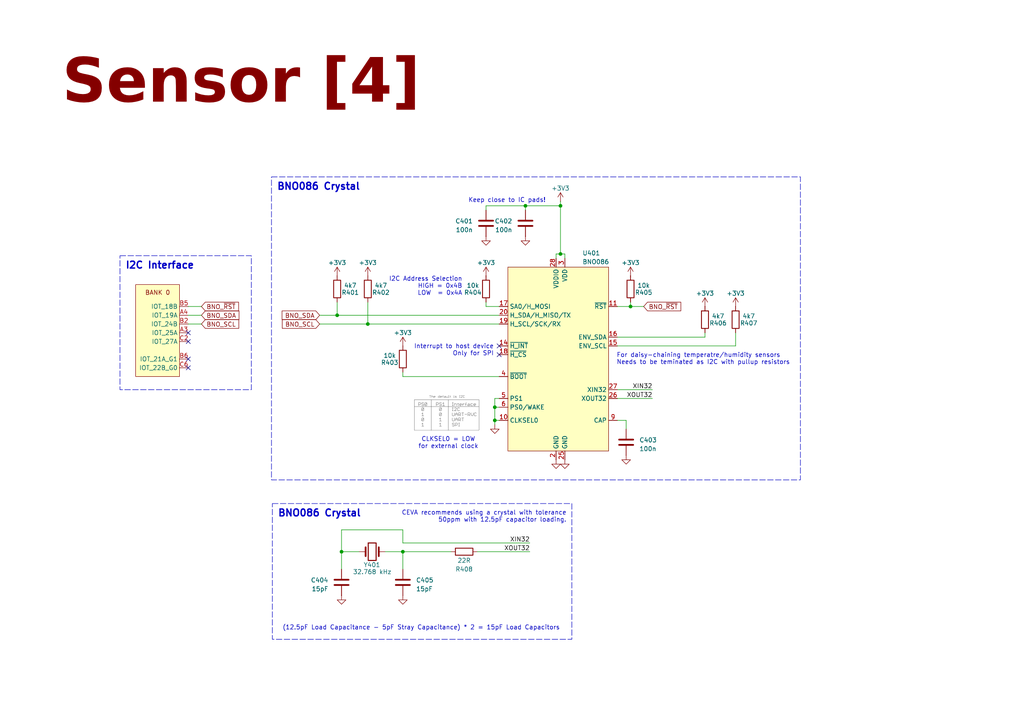
<source format=kicad_sch>
(kicad_sch (version 20250114) (generator "eeschema") (generator_version "9.0")
  (paper "A4")
  (title_block (title "Sensor") (date "2025-11-18") (rev "1.0") (company "Czech Technical University in Prague"))
  (lib_symbols
    (symbol "Custom_VoxLink_Symbols:BNO086"
      (property "Reference" "U" (at 28.702 17.526 0))
      (property "Value" "BNO086" (at 25.654 15.24 0))
      (symbol "BNO086_1_1"
        (rectangle (start 0 13.97) (end 29.21 -39.37) (fill (type background)))
        (pin input line (at -2.54 2.54 0) (length 2.54) (name "SA0/H_MOSI") (number "17"))
        (pin bidirectional line (at -2.54 0 0) (length 2.54) (name "H_SDA/H_MISO/TX") (number "20"))
        (pin bidirectional line (at -2.54 -2.54 0) (length 2.54) (name "H_SCL/SCK/RX") (number "19"))
        (pin output line (at -2.54 -8.89 0) (length 2.54) (name "~{H_INT}") (number "14"))
        (pin input line (at -2.54 -11.43 0) (length 2.54) (name "~{H_CS}") (number "18"))
        (pin input line (at -2.54 -17.78 0) (length 2.54) (name "~{BOOT}") (number "4"))
        (pin input line (at -2.54 -24.13 0) (length 2.54) (name "PS1") (number "5"))
        (pin input line (at -2.54 -26.67 0) (length 2.54) (name "PS0/WAKE") (number "6"))
        (pin input line (at -2.54 -30.48 0) (length 2.54) (name "CLKSEL0") (number "10"))
        (pin power_in line (at 13.97 16.51 270) (length 2.54) (name "VDDIO") (number "28"))
        (pin power_in line (at 13.97 -41.91 90) (length 2.54) (name "GND") (number "2"))
        (pin power_in line (at 16.51 16.51 270) (length 2.54) (name "VDD") (number "3"))
        (pin power_in line (at 16.51 -41.91 90) (length 2.54) (name "GND") (number "25"))
        (pin input line (at 31.75 2.54 180) (length 2.54) (name "~{RST}") (number "11"))
        (pin bidirectional line (at 31.75 -6.35 180) (length 2.54) (name "ENV_SDA") (number "16"))
        (pin bidirectional line (at 31.75 -8.89 180) (length 2.54) (name "ENV_SCL") (number "15"))
        (pin input line (at 31.75 -21.59 180) (length 2.54) (name "XIN32") (number "27"))
        (pin output line (at 31.75 -24.13 180) (length 2.54) (name "XOUT32") (number "26"))
        (pin input line (at 31.75 -30.48 180) (length 2.54) (name "CAP") (number "9"))
      )
    )
    (symbol "Custom_VoxLink_Symbols:ICE40UL1K-CM36AI"
      (symbol "ICE40UL1K-CM36AI_1_1"
        (rectangle (start -6.35 16.51) (end 6.35 -16.51) (fill (type background)))
        (text "SUPPLY" (at 0.508 14.732 0) (effects (font (size 1.27 1.27))))
        (pin power_in line (at -8.89 11.43 0) (length 2.54) (name "VCC") (number "D3"))
        (pin power_in line (at -8.89 8.89 0) (length 2.54) (name "VCCPLL") (number "D4"))
        (pin power_in line (at -8.89 6.35 0) (length 2.54) (name "VPP2V5") (number "B4"))
        (pin power_in line (at -8.89 1.27 0) (length 2.54) (name "VCCIO0") (number "B3"))
        (pin power_in line (at -8.89 -1.27 0) (length 2.54) (name "VCCIO2") (number "E3"))
        (pin power_in line (at -8.89 -3.81 0) (length 2.54) (name "SPI_VCCIO1") (number "E4"))
        (pin power_in line (at -8.89 -8.89 0) (length 2.54) (name "GND") (number "C3"))
        (pin power_in line (at -8.89 -11.43 0) (length 2.54) (name "GND") (number "C4"))
        (pin power_in line (at -8.89 -13.97 0) (length 2.54) (name "GND_LED") (number "C5"))
      )
      (symbol "ICE40UL1K-CM36AI_2_1"
        (rectangle (start -6.35 15.24) (end 6.35 -15.24) (fill (type background)))
        (text "BANK 2" (at 0 13.462 0) (effects (font (size 1.27 1.27))))
        (pin bidirectional line (at 8.89 10.16 180) (length 2.54) (name "IOB_0A") (number "F1"))
        (pin bidirectional line (at 8.89 7.62 180) (length 2.54) (name "IOB_1B") (number "E1"))
        (pin bidirectional line (at 8.89 5.08 180) (length 2.54) (name "IOB_4A") (number "D1"))
        (pin bidirectional line (at 8.89 2.54 180) (length 2.54) (name "IOB_5B") (number "C1"))
        (pin bidirectional line (at 8.89 0 180) (length 2.54) (name "IOB_6A") (number "E2"))
        (pin bidirectional line (at 8.89 -2.54 180) (length 2.54) (name "IOB_10A") (number "D6"))
        (pin bidirectional line (at 8.89 -7.62 180) (length 2.54) (name "IOB_3B_G6") (number "F2"))
        (pin bidirectional line (at 8.89 -10.16 180) (length 2.54) (name "IOB_7B_G5") (number "F3"))
        (pin bidirectional line (at 8.89 -12.7 180) (length 2.54) (name "IOB_8A_G4") (number "D2"))
      )
      (symbol "ICE40UL1K-CM36AI_3_1"
        (rectangle (start -6.35 12.7) (end 6.35 -13.97) (fill (type background)))
        (text "BANK 0" (at 0 10.414 0) (effects (font (size 1.27 1.27))))
        (pin bidirectional line (at 8.89 6.35 180) (length 2.54) (name "IOT_18B") (number "B5"))
        (pin bidirectional line (at 8.89 3.81 180) (length 2.54) (name "IOT_19A") (number "A4"))
        (pin bidirectional line (at 8.89 1.27 180) (length 2.54) (name "IOT_24B") (number "B2"))
        (pin bidirectional line (at 8.89 -1.27 180) (length 2.54) (name "IOT_25A") (number "A3"))
        (pin bidirectional line (at 8.89 -3.81 180) (length 2.54) (name "IOT_27A") (number "C2"))
        (pin bidirectional line (at 8.89 -8.89 180) (length 2.54) (name "IOT_21A_G1") (number "B6"))
        (pin bidirectional line (at 8.89 -11.43 180) (length 2.54) (name "IOT_22B_G0") (number "C6"))
      )
      (symbol "ICE40UL1K-CM36AI_4_1"
        (rectangle (start -6.35 11.43) (end 6.35 -10.16) (fill (type background)))
        (text "BANK 0" (at 0 9.144 0) (effects (font (size 1.27 1.27))))
        (text "OPEN DRAIN" (at 0 6.858 0) (effects (font (size 1.27 1.27))))
        (pin bidirectional line (at 8.89 2.54 180) (length 2.54) (name "RGB0") (number "A2"))
        (pin bidirectional line (at 8.89 0 180) (length 2.54) (name "RGB1") (number "B1"))
        (pin bidirectional line (at 8.89 -2.54 180) (length 2.54) (name "RGB2") (number "A1"))
        (pin bidirectional line (at 8.89 -5.08 180) (length 2.54) (name "BARCODE") (number "A5"))
        (pin bidirectional line (at 8.89 -7.62 180) (length 2.54) (name "IRLED") (number "A6"))
      )
      (symbol "ICE40UL1K-CM36AI_5_1"
        (rectangle (start -8.89 15.24) (end 8.89 -15.24) (fill (type background)))
        (text "BANK 1" (at 0 12.954 0) (effects (font (size 1.27 1.27))))
        (text "SPI INTERFACE" (at 0 10.668 0) (effects (font (size 1.27 1.27))))
        (pin bidirectional line (at 11.43 5.08 180) (length 2.54) (name "IOB_14A_SO") (number "F6"))
        (pin bidirectional line (at 11.43 2.54 180) (length 2.54) (name "IOB_15B_SI") (number "E5"))
        (pin bidirectional line (at 11.43 0 180) (length 2.54) (name "IOB_16A_SCK") (number "E6"))
        (pin bidirectional line (at 11.43 -2.54 180) (length 2.54) (name "IOB_17B_SS") (number "F5"))
        (pin bidirectional line (at 11.43 -8.89 180) (length 2.54) (name "IOB_11B_CDONE") (number "D5"))
        (pin input line (at 11.43 -12.7 180) (length 2.54) (name "~{CRESET}") (number "F4"))
      )
    )
    (symbol "Device:C" (pin_numbers (hide yes)) (pin_names (offset 0.254))
      (property "Reference" "C" (at 0.635 2.54 0))
      (property "Value" "C" (at 0.635 -2.54 0))
      (symbol "C_0_1"
        (polyline (pts (xy -2.032 0.762) (xy 2.032 0.762)) (stroke (width 0.508)))
        (polyline (pts (xy -2.032 -0.762) (xy 2.032 -0.762)) (stroke (width 0.508)))
      )
      (symbol "C_1_1"
        (pin passive line (at 0 3.81 270) (length 2.794) (name "~") (number "1"))
        (pin passive line (at 0 -3.81 90) (length 2.794) (name "~") (number "2"))
      )
    )
    (symbol "Device:Crystal" (pin_numbers (hide yes)) (pin_names (offset 1.016) (hide yes))
      (property "Reference" "Y" (at 0 3.81 0))
      (property "Value" "Crystal" (at 0 -3.81 0))
      (symbol "Crystal_0_1"
        (polyline (pts (xy -2.54 0) (xy -1.905 0)))
        (polyline (pts (xy -1.905 -1.27) (xy -1.905 1.27)) (stroke (width 0.508)))
        (rectangle (start -1.143 2.54) (end 1.143 -2.54) (stroke (width 0.3048)))
        (polyline (pts (xy 1.905 -1.27) (xy 1.905 1.27)) (stroke (width 0.508)))
        (polyline (pts (xy 2.54 0) (xy 1.905 0)))
      )
      (symbol "Crystal_1_1"
        (pin passive line (at -3.81 0 0) (length 1.27) (name "1") (number "1"))
        (pin passive line (at 3.81 0 180) (length 1.27) (name "2") (number "2"))
      )
    )
    (symbol "Device:R" (pin_numbers (hide yes)) (pin_names (offset 0))
      (property "Reference" "R" (at 2.032 0 90))
      (property "Value" "R" (at 0 0 90))
      (symbol "R_0_1"
        (rectangle (start -1.016 -2.54) (end 1.016 2.54) (stroke (width 0.254)))
      )
      (symbol "R_1_1"
        (pin passive line (at 0 3.81 270) (length 1.27) (name "~") (number "1"))
        (pin passive line (at 0 -3.81 90) (length 1.27) (name "~") (number "2"))
      )
    )
    (symbol "power:+3.3VA" (power) (pin_numbers (hide yes)) (pin_names (offset 0) (hide yes))
      (property "Value" "+3.3VA" (at 0 3.556 0))
      (symbol "+3.3VA_0_1"
        (polyline (pts (xy -0.762 1.27) (xy 0 2.54)))
        (polyline (pts (xy 0 2.54) (xy 0.762 1.27)))
        (polyline (pts (xy 0 0) (xy 0 2.54)))
      )
      (symbol "+3.3VA_1_1"
        (pin power_in line (at 0 0 90) (length 0) (name "~") (number "1"))
      )
    )
    (symbol "power:GND" (power) (pin_numbers (hide yes)) (pin_names (offset 0) (hide yes))
      (property "Value" "GND" (at 0 -3.81 0))
      (symbol "GND_0_1"
        (polyline (pts (xy 0 0) (xy 0 -1.27) (xy 1.27 -1.27) (xy 0 -2.54) (xy -1.27 -1.27) (xy 0 -1.27)))
      )
      (symbol "GND_1_1"
        (pin power_in line (at 0 0 270) (length 0) (name "~") (number "1"))
      )
    )
  )
  (text "CLKSEL0 = LOW\nfor external clock" (at 130.048 128.524 0) (effects (font (size 1.27 1.27))))
  (text "I2C Address Selection\nHIGH = 0x4B\nLOW  = 0x4A" (at 134.112 83.058 0) (effects (font (size 1.27 1.27)) (justify right)))
  (text "Keep close to IC pads!" (at 147.066 58.166 0) (effects (font (size 1.27 1.27))))
  (text "For daisy-chaining temperatre/humidity sensors\nNeeds to be teminated as I2C with pullup resistors" (at 178.816 104.14 0) (effects (font (size 1.27 1.27)) (justify left)))
  (text "CEVA recommends using a crystal with tolerance\n50ppm with 12.5pF capacitor loading." (at 164.338 149.86 0) (effects (font (size 1.27 1.27)) (justify right)))
  (text "Sensor [4]" (at 18.034 27.686 0) (effects (font (size 12.7 12.7) (thickness 0.762) (bold yes)) (justify left)))
  (text "Interrupt to host device\nOnly for SPI" (at 143.256 101.6 0) (effects (font (size 1.27 1.27)) (justify right)))
  (text "(12.5pF Load Capacitance - 5pF Stray Capacitance) * 2 = 15pF Load Capacitors" (at 81.915 182.88 0) (effects (font (size 1.27 1.27)) (justify left bottom)))
  (text_box "I2C Interface" (at 34.798 74.168 0) (size 38.1 38.862) (margins 1.5 1.5 1.5 1.5) (stroke (width 0) (type dash)) (effects (font (size 2 2) (thickness 0.4) (bold yes)) (justify left top)))
  (text_box "BNO086 Crystal" (at 78.994 146.05 0) (size 86.868 39.37) (margins 1.5 1.5 1.5 1.5) (stroke (width 0) (type dash)) (effects (font (size 2 2) (thickness 0.4) (bold yes)) (justify left top)))
  (text_box "BNO086 Crystal" (at 78.74 51.308 0) (size 153.416 87.884) (margins 1.5 1.5 1.5 1.5) (stroke (width 0) (type dash)) (effects (font (size 2 2) (thickness 0.4) (bold yes)) (justify left top)))
  (junction (at 99.06 160.02))
  (junction (at 116.84 160.02))
  (junction (at 152.4 59.69))
  (junction (at 162.56 59.69))
  (junction (at 143.51 118.11))
  (junction (at 162.56 73.66))
  (junction (at 106.68 93.98))
  (junction (at 143.51 121.92))
  (junction (at 97.79 91.44))
  (junction (at 182.88 88.9))
  (no_connect (at 54.61 96.52))
  (no_connect (at 54.61 106.68))
  (no_connect (at 144.78 102.87))
  (no_connect (at 54.61 99.06))
  (no_connect (at 54.61 104.14))
  (no_connect (at 144.78 100.33))
  (wire (pts (xy 99.06 160.02) (xy 104.14 160.02)))
  (wire (pts (xy 179.07 113.03) (xy 189.23 113.03)))
  (wire (pts (xy 111.76 160.02) (xy 116.84 160.02)))
  (wire (pts (xy 182.88 88.9) (xy 182.88 87.63)))
  (wire (pts (xy 152.4 59.69) (xy 152.4 60.96)))
  (wire (pts (xy 140.97 59.69) (xy 152.4 59.69)))
  (wire (pts (xy 116.84 109.22) (xy 116.84 107.95)))
  (wire (pts (xy 161.29 74.93) (xy 161.29 73.66)))
  (wire (pts (xy 144.78 121.92) (xy 143.51 121.92)))
  (wire (pts (xy 143.51 118.11) (xy 143.51 121.92)))
  (wire (pts (xy 116.84 160.02) (xy 130.81 160.02)))
  (wire (pts (xy 106.68 87.63) (xy 106.68 93.98)))
  (wire (pts (xy 179.07 100.33) (xy 213.36 100.33)))
  (wire (pts (xy 144.78 88.9) (xy 140.97 88.9)))
  (wire (pts (xy 99.06 153.67) (xy 116.84 153.67)))
  (wire (pts (xy 92.71 93.98) (xy 106.68 93.98)))
  (wire (pts (xy 144.78 115.57) (xy 143.51 115.57)))
  (wire (pts (xy 140.97 87.63) (xy 140.97 88.9)))
  (wire (pts (xy 179.07 121.92) (xy 181.61 121.92)))
  (wire (pts (xy 140.97 60.96) (xy 140.97 59.69)))
  (wire (pts (xy 54.61 88.9) (xy 58.42 88.9)))
  (wire (pts (xy 97.79 87.63) (xy 97.79 91.44)))
  (wire (pts (xy 99.06 160.02) (xy 99.06 153.67)))
  (wire (pts (xy 179.07 115.57) (xy 189.23 115.57)))
  (wire (pts (xy 213.36 100.33) (xy 213.36 96.52)))
  (wire (pts (xy 143.51 115.57) (xy 143.51 118.11)))
  (wire (pts (xy 162.56 58.42) (xy 162.56 59.69)))
  (wire (pts (xy 179.07 97.79) (xy 204.47 97.79)))
  (wire (pts (xy 204.47 97.79) (xy 204.47 96.52)))
  (wire (pts (xy 116.84 157.48) (xy 153.67 157.48)))
  (wire (pts (xy 138.43 160.02) (xy 153.67 160.02)))
  (wire (pts (xy 152.4 59.69) (xy 162.56 59.69)))
  (wire (pts (xy 144.78 109.22) (xy 116.84 109.22)))
  (wire (pts (xy 92.71 91.44) (xy 97.79 91.44)))
  (wire (pts (xy 162.56 73.66) (xy 163.83 73.66)))
  (wire (pts (xy 143.51 118.11) (xy 144.78 118.11)))
  (wire (pts (xy 179.07 88.9) (xy 182.88 88.9)))
  (wire (pts (xy 182.88 88.9) (xy 186.69 88.9)))
  (wire (pts (xy 99.06 165.1) (xy 99.06 160.02)))
  (wire (pts (xy 116.84 153.67) (xy 116.84 157.48)))
  (wire (pts (xy 106.68 93.98) (xy 144.78 93.98)))
  (wire (pts (xy 143.51 121.92) (xy 143.51 123.19)))
  (wire (pts (xy 162.56 59.69) (xy 162.56 73.66)))
  (wire (pts (xy 97.79 91.44) (xy 144.78 91.44)))
  (wire (pts (xy 163.83 73.66) (xy 163.83 74.93)))
  (wire (pts (xy 54.61 93.98) (xy 58.42 93.98)))
  (wire (pts (xy 54.61 91.44) (xy 58.42 91.44)))
  (wire (pts (xy 161.29 73.66) (xy 162.56 73.66)))
  (wire (pts (xy 181.61 121.92) (xy 181.61 124.46)))
  (wire (pts (xy 116.84 160.02) (xy 116.84 165.1)))
  (image (at 129.54 119.634) (scale 0.134653))
  (label "XIN32" (at 153.67 157.48 180))
  (label "XIN32" (at 189.23 113.03 180))
  (label "XOUT32" (at 153.67 160.02 180))
  (label "XOUT32" (at 189.23 115.57 180))
  (global_label "BNO_SCL" (shape input) (at 92.71 93.98 180) (property "Intersheetrefs" "${INTERSHEET_REFS}" (effects (hide yes))))
  (global_label "BNO_SCL" (shape input) (at 58.42 93.98 0) (property "Intersheetrefs" "${INTERSHEET_REFS}" (effects (hide yes))))
  (global_label "BNO_SDA" (shape input) (at 92.71 91.44 180) (property "Intersheetrefs" "${INTERSHEET_REFS}" (effects (hide yes))))
  (global_label "BNO_~{RST}" (shape input) (at 186.69 88.9 0) (property "Intersheetrefs" "${INTERSHEET_REFS}" (effects (hide yes))))
  (global_label "BNO_SDA" (shape input) (at 58.42 91.44 0) (property "Intersheetrefs" "${INTERSHEET_REFS}" (effects (hide yes))))
  (global_label "BNO_~{RST}" (shape input) (at 58.42 88.9 0) (property "Intersheetrefs" "${INTERSHEET_REFS}" (effects (hide yes))))
  (symbol (lib_id "power:GND") (at 152.4 68.58 0) (mirror y) (unit 1)
    (property "Reference" "#PWR060" (effects (hide yes)))
    (property "Value" "GND" (effects (hide yes)))
  )
  (symbol (lib_id "Device:C") (at 99.06 168.91 0) (mirror y) (unit 1)
    (property "Reference" "C404" (at 95.25 168.275 0) (effects (justify left)))
    (property "Value" "15pF" (at 95.25 170.815 0) (effects (justify left)))
    (property "Footprint" "Capacitor_SMD:C_0402_1005Metric" (effects (hide yes)))
    (property "Datasheet" "https://eu.mouser.com/ProductDetail/81-GCM1555G1H100JA6D" (effects (hide yes)))
  )
  (symbol (lib_id "power:GND") (at 163.83 133.35 0) (mirror y) (unit 1)
    (property "Reference" "#PWR052" (effects (hide yes)))
    (property "Value" "GND" (effects (hide yes)))
  )
  (symbol (lib_id "power:+3.3VA") (at 213.36 88.9 0) (mirror y) (unit 1)
    (property "Reference" "#PWR058" (effects (hide yes)))
    (property "Value" "+3V3" (at 213.36 85.09 0))
  )
  (symbol (lib_id "power:GND") (at 161.29 133.35 0) (mirror y) (unit 1)
    (property "Reference" "#PWR051" (effects (hide yes)))
    (property "Value" "GND" (effects (hide yes)))
  )
  (symbol (lib_id "power:GND") (at 181.61 132.08 0) (mirror y) (unit 1)
    (property "Reference" "#PWR055" (effects (hide yes)))
    (property "Value" "GND" (effects (hide yes)))
  )
  (symbol (lib_id "power:GND") (at 116.84 172.72 0) (mirror y) (unit 1)
    (property "Reference" "#PWR029" (effects (hide yes)))
    (property "Value" "GND" (effects (hide yes)))
  )
  (symbol (lib_id "Custom_VoxLink_Symbols:BNO086") (at 147.32 91.44 0) (unit 1)
    (property "Reference" "U401" (at 168.91 73.406 0) (effects (justify left)))
    (property "Value" "BNO086" (at 168.91 75.946 0) (effects (justify left)))
    (property "Distributor Link" "https://eu.mouser.com/ProductDetail/CEVA/BNO086?qs=ulEaXIWI0c%2FqTo1scjodAw%3D%3D&srsltid=AfmBOop7Lm0NKSepOPNTaVnevCWe4BdpG9i9W3OMpkCwkAHHi0MmvZo2" (effects (hide yes)))
  )
  (symbol (lib_id "Device:R") (at 140.97 83.82 0) (mirror y) (unit 1)
    (property "Reference" "R404" (at 137.16 84.836 0))
    (property "Value" "10k" (at 137.16 82.804 0))
  )
  (symbol (lib_id "Device:R") (at 116.84 104.14 0) (mirror y) (unit 1)
    (property "Reference" "R403" (at 113.03 105.156 0))
    (property "Value" "10k" (at 113.03 103.124 0))
  )
  (symbol (lib_id "Device:R") (at 97.79 83.82 0) (unit 1)
    (property "Reference" "R401" (at 101.6 84.836 0))
    (property "Value" "4k7" (at 101.6 82.804 0))
  )
  (symbol (lib_id "power:GND") (at 140.97 68.58 0) (mirror y) (unit 1)
    (property "Reference" "#PWR061" (effects (hide yes)))
    (property "Value" "GND" (effects (hide yes)))
  )
  (symbol (lib_id "power:+3.3VA") (at 204.47 88.9 0) (mirror y) (unit 1)
    (property "Reference" "#PWR057" (effects (hide yes)))
    (property "Value" "+3V3" (at 204.47 85.09 0))
  )
  (symbol (lib_id "power:+3.3VA") (at 116.84 100.33 0) (unit 1)
    (property "Reference" "#PWR065" (effects (hide yes)))
    (property "Value" "+3V3" (at 116.84 96.52 0))
  )
  (symbol (lib_id "Device:R") (at 134.62 160.02 270) (unit 1)
    (property "Reference" "R408" (at 134.62 165.1 90))
    (property "Value" "22R" (at 134.62 162.56 90))
    (property "Footprint" "Resistor_SMD:R_0402_1005Metric" (effects (hide yes)))
    (property "Datasheet" "https://eu.mouser.com/ProductDetail/71-CRCW040222R0JNEDC" (effects (hide yes)))
  )
  (symbol (lib_id "Custom_VoxLink_Symbols:ICE40UL1K-CM36AI") (at 45.72 95.25 0) (unit 3)
    (property "Reference" "U301" (effects (hide yes)))
    (property "Value" "ICE40UL1K-CM36AI" (effects (hide yes)))
    (property "Footprint" "Package_BGA:UCBGA-36_2.5x2.5mm_Layout6x6_P0.4mm" (effects (hide yes)))
    (property "Distributor Link" "https://eu.mouser.com/ProductDetail/Lattice/ICE40UL1K-CM36AI?qs=XJu%252BLGjWfSAZhGGFZ7EiQg%3D%3D" (effects (hide yes)))
  )
  (symbol (lib_id "power:GND") (at 143.51 123.19 0) (mirror y) (unit 1)
    (property "Reference" "#PWR056" (effects (hide yes)))
    (property "Value" "GND" (effects (hide yes)))
  )
  (symbol (lib_id "Device:Crystal") (at 107.95 160.02 0) (mirror y) (unit 1)
    (property "Reference" "Y401" (at 105.41 163.83 0) (effects (justify right)))
    (property "Value" "32.768 kHz" (at 107.95 165.862 0))
    (property "Description" "Two pin crystal" (effects (hide yes)))
    (property "Distributor" "https://www.mouser.sk/ProductDetail/Micro-Crystal/CM8V-T1A-32.768kHz-12.5pF-20PPM-TA-QC?qs=7bTaA%2FLYtSYgtx%252BmOOZAYQ%3D%3D" (effects (hide yes)))
  )
  (symbol (lib_id "power:+3.3VA") (at 140.97 80.01 0) (unit 1)
    (property "Reference" "#PWR062" (effects (hide yes)))
    (property "Value" "+3V3" (at 140.97 76.2 0))
  )
  (symbol (lib_id "power:+3.3VA") (at 97.79 80.01 0) (mirror y) (unit 1)
    (property "Reference" "#PWR063" (effects (hide yes)))
    (property "Value" "+3V3" (at 97.79 76.2 0))
  )
  (symbol (lib_id "power:+3.3VA") (at 106.68 80.01 0) (mirror y) (unit 1)
    (property "Reference" "#PWR064" (effects (hide yes)))
    (property "Value" "+3V3" (at 106.68 76.2 0))
  )
  (symbol (lib_id "Device:R") (at 106.68 83.82 0) (unit 1)
    (property "Reference" "R402" (at 110.49 84.836 0))
    (property "Value" "4k7" (at 110.49 82.804 0))
  )
  (symbol (lib_id "Device:R") (at 204.47 92.71 0) (unit 1)
    (property "Reference" "R406" (at 208.28 93.726 0))
    (property "Value" "4k7" (at 208.28 91.694 0))
  )
  (symbol (lib_id "Device:R") (at 213.36 92.71 0) (unit 1)
    (property "Reference" "R407" (at 217.17 93.726 0))
    (property "Value" "4k7" (at 217.17 91.694 0))
  )
  (symbol (lib_id "Device:C") (at 152.4 64.77 0) (mirror y) (unit 1)
    (property "Reference" "C402" (at 148.59 64.135 0) (effects (justify left)))
    (property "Value" "100n" (at 148.59 66.675 0) (effects (justify left)))
    (property "Footprint" "Capacitor_SMD:C_0402_1005Metric" (effects (hide yes)))
  )
  (symbol (lib_id "power:+3.3VA") (at 182.88 80.01 0) (mirror y) (unit 1)
    (property "Reference" "#PWR059" (effects (hide yes)))
    (property "Value" "+3V3" (at 182.88 76.2 0))
  )
  (symbol (lib_id "Device:C") (at 181.61 128.27 0) (unit 1)
    (property "Reference" "C403" (at 185.42 127.635 0) (effects (justify left)))
    (property "Value" "100n" (at 185.42 130.175 0) (effects (justify left)))
    (property "Footprint" "Capacitor_SMD:C_0402_1005Metric" (effects (hide yes)))
    (property "Datasheet" "https://eu.mouser.com/ProductDetail/81-GCM1555G1H100JA6D" (effects (hide yes)))
  )
  (symbol (lib_id "power:+3.3VA") (at 162.56 58.42 0) (mirror y) (unit 1)
    (property "Reference" "#PWR053" (effects (hide yes)))
    (property "Value" "+3V3" (at 162.56 54.61 0))
  )
  (symbol (lib_id "Device:C") (at 116.84 168.91 0) (unit 1)
    (property "Reference" "C405" (at 120.65 168.275 0) (effects (justify left)))
    (property "Value" "15pF" (at 120.65 170.815 0) (effects (justify left)))
    (property "Footprint" "Capacitor_SMD:C_0402_1005Metric" (effects (hide yes)))
    (property "Datasheet" "https://eu.mouser.com/ProductDetail/81-GCM1555G1H100JA6D" (effects (hide yes)))
  )
  (symbol (lib_id "power:GND") (at 99.06 172.72 0) (mirror y) (unit 1)
    (property "Reference" "#PWR016" (effects (hide yes)))
    (property "Value" "GND" (effects (hide yes)))
  )
  (symbol (lib_id "Device:R") (at 182.88 83.82 0) (unit 1)
    (property "Reference" "R405" (at 186.69 84.836 0))
    (property "Value" "10k" (at 186.69 82.804 0))
  )
  (symbol (lib_id "Device:C") (at 140.97 64.77 0) (mirror y) (unit 1)
    (property "Reference" "C401" (at 137.16 64.135 0) (effects (justify left)))
    (property "Value" "100n" (at 137.16 66.675 0) (effects (justify left)))
    (property "Footprint" "Capacitor_SMD:C_0402_1005Metric" (effects (hide yes)))
  )
)
</source>
